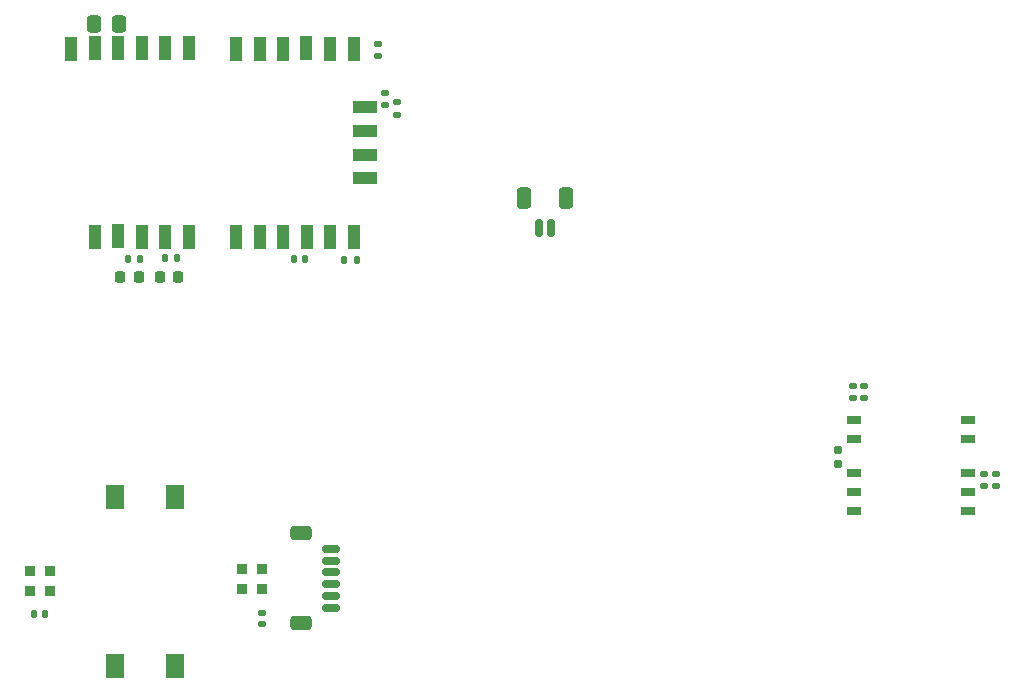
<source format=gbr>
%TF.GenerationSoftware,KiCad,Pcbnew,8.0.5*%
%TF.CreationDate,2025-02-13T07:49:46+01:00*%
%TF.ProjectId,flexpcb,666c6578-7063-4622-9e6b-696361645f70,rev?*%
%TF.SameCoordinates,Original*%
%TF.FileFunction,Paste,Bot*%
%TF.FilePolarity,Positive*%
%FSLAX46Y46*%
G04 Gerber Fmt 4.6, Leading zero omitted, Abs format (unit mm)*
G04 Created by KiCad (PCBNEW 8.0.5) date 2025-02-13 07:49:46*
%MOMM*%
%LPD*%
G01*
G04 APERTURE LIST*
G04 Aperture macros list*
%AMRoundRect*
0 Rectangle with rounded corners*
0 $1 Rounding radius*
0 $2 $3 $4 $5 $6 $7 $8 $9 X,Y pos of 4 corners*
0 Add a 4 corners polygon primitive as box body*
4,1,4,$2,$3,$4,$5,$6,$7,$8,$9,$2,$3,0*
0 Add four circle primitives for the rounded corners*
1,1,$1+$1,$2,$3*
1,1,$1+$1,$4,$5*
1,1,$1+$1,$6,$7*
1,1,$1+$1,$8,$9*
0 Add four rect primitives between the rounded corners*
20,1,$1+$1,$2,$3,$4,$5,0*
20,1,$1+$1,$4,$5,$6,$7,0*
20,1,$1+$1,$6,$7,$8,$9,0*
20,1,$1+$1,$8,$9,$2,$3,0*%
G04 Aperture macros list end*
%ADD10RoundRect,0.135000X-0.185000X0.135000X-0.185000X-0.135000X0.185000X-0.135000X0.185000X0.135000X0*%
%ADD11RoundRect,0.140000X0.170000X-0.140000X0.170000X0.140000X-0.170000X0.140000X-0.170000X-0.140000X0*%
%ADD12RoundRect,0.155000X-0.155000X0.212500X-0.155000X-0.212500X0.155000X-0.212500X0.155000X0.212500X0*%
%ADD13RoundRect,0.135000X-0.135000X-0.185000X0.135000X-0.185000X0.135000X0.185000X-0.135000X0.185000X0*%
%ADD14R,1.200000X0.800000*%
%ADD15RoundRect,0.150000X0.150000X0.625000X-0.150000X0.625000X-0.150000X-0.625000X0.150000X-0.625000X0*%
%ADD16RoundRect,0.250000X0.350000X0.650000X-0.350000X0.650000X-0.350000X-0.650000X0.350000X-0.650000X0*%
%ADD17RoundRect,0.250000X0.337500X0.475000X-0.337500X0.475000X-0.337500X-0.475000X0.337500X-0.475000X0*%
%ADD18RoundRect,0.135000X0.185000X-0.135000X0.185000X0.135000X-0.185000X0.135000X-0.185000X-0.135000X0*%
%ADD19RoundRect,0.140000X-0.140000X-0.170000X0.140000X-0.170000X0.140000X0.170000X-0.140000X0.170000X0*%
%ADD20RoundRect,0.150000X-0.625000X0.150000X-0.625000X-0.150000X0.625000X-0.150000X0.625000X0.150000X0*%
%ADD21RoundRect,0.250000X-0.650000X0.350000X-0.650000X-0.350000X0.650000X-0.350000X0.650000X0.350000X0*%
%ADD22RoundRect,0.218750X-0.218750X-0.256250X0.218750X-0.256250X0.218750X0.256250X-0.218750X0.256250X0*%
%ADD23R,1.500000X2.000000*%
%ADD24R,0.900000X0.900000*%
%ADD25RoundRect,0.218750X0.218750X0.256250X-0.218750X0.256250X-0.218750X-0.256250X0.218750X-0.256250X0*%
%ADD26RoundRect,0.140000X0.140000X0.170000X-0.140000X0.170000X-0.140000X-0.170000X0.140000X-0.170000X0*%
%ADD27RoundRect,0.135000X0.135000X0.185000X-0.135000X0.185000X-0.135000X-0.185000X0.135000X-0.185000X0*%
%ADD28R,1.000000X2.000000*%
%ADD29R,2.000000X1.000000*%
%ADD30RoundRect,0.140000X-0.170000X0.140000X-0.170000X-0.140000X0.170000X-0.140000X0.170000X0.140000X0*%
G04 APERTURE END LIST*
D10*
%TO.C,R8*%
X156578200Y-104518200D03*
X156578200Y-105538200D03*
%TD*%
D11*
%TO.C,C4*%
X146458200Y-98088200D03*
X146458200Y-97128200D03*
%TD*%
D12*
%TO.C,C5*%
X144218200Y-102530700D03*
X144218200Y-103665700D03*
%TD*%
D13*
%TO.C,R5*%
X87240000Y-86250000D03*
X88260000Y-86250000D03*
%TD*%
D14*
%TO.C,PA1010D1*%
X155268200Y-99978200D03*
X155268200Y-101578200D03*
X155268200Y-104478200D03*
X155268200Y-106078200D03*
X155268200Y-107678200D03*
X145568200Y-107678200D03*
X145568200Y-106078200D03*
X145568200Y-104478200D03*
X145568200Y-101578200D03*
X145568200Y-99978200D03*
%TD*%
D15*
%TO.C,U2*%
X119910000Y-83730000D03*
X118910000Y-83730000D03*
D16*
X121210000Y-81205000D03*
X117610000Y-81205000D03*
%TD*%
D17*
%TO.C,C1*%
X83347500Y-66480000D03*
X81272500Y-66480000D03*
%TD*%
D18*
%TO.C,R2*%
X106880000Y-74110000D03*
X106880000Y-73090000D03*
%TD*%
D19*
%TO.C,C7*%
X76140000Y-116440000D03*
X77100000Y-116440000D03*
%TD*%
D20*
%TO.C,U1*%
X101270000Y-110870000D03*
X101270000Y-111870000D03*
X101270000Y-112870000D03*
X101270000Y-113870000D03*
X101270000Y-114870000D03*
X101270000Y-115870000D03*
D21*
X98745000Y-109570000D03*
X98745000Y-117170000D03*
%TD*%
D10*
%TO.C,R7*%
X157598200Y-104528200D03*
X157598200Y-105548200D03*
%TD*%
D22*
%TO.C,D2*%
X86795000Y-87840000D03*
X88370000Y-87840000D03*
%TD*%
D23*
%TO.C,SW2*%
X88060000Y-120770000D03*
X88060000Y-106470000D03*
X83060000Y-120770000D03*
X83060000Y-106470000D03*
%TD*%
D24*
%TO.C,LED1*%
X93810000Y-114300000D03*
X95510000Y-114300000D03*
X95510000Y-112600000D03*
X93810000Y-112600000D03*
%TD*%
D25*
%TO.C,D1*%
X85057500Y-87900000D03*
X83482500Y-87900000D03*
%TD*%
D11*
%TO.C,C3*%
X145488200Y-98078200D03*
X145488200Y-97118200D03*
%TD*%
D18*
%TO.C,R1*%
X105880000Y-73310000D03*
X105880000Y-72290000D03*
%TD*%
D24*
%TO.C,LED2*%
X75800000Y-112720000D03*
X75800000Y-114420000D03*
X77500000Y-114420000D03*
X77500000Y-112720000D03*
%TD*%
D26*
%TO.C,C2*%
X99110000Y-86340000D03*
X98150000Y-86340000D03*
%TD*%
D27*
%TO.C,R6*%
X103470000Y-86400000D03*
X102450000Y-86400000D03*
%TD*%
D28*
%TO.C,Tarvos1*%
X79320000Y-68530000D03*
X81310000Y-68510000D03*
X83300000Y-68510000D03*
X85300000Y-68500000D03*
X87290000Y-68500000D03*
X89280000Y-68510000D03*
X93270000Y-68520000D03*
X95270000Y-68520000D03*
X97260000Y-68520000D03*
X99230000Y-68510000D03*
X101250000Y-68530000D03*
X103230000Y-68530000D03*
X103230000Y-84440000D03*
X101240000Y-84460000D03*
X99250000Y-84470000D03*
X97250000Y-84460000D03*
X95260000Y-84450000D03*
X93280000Y-84460000D03*
X89280000Y-84460000D03*
X87290000Y-84450000D03*
X85290000Y-84450000D03*
X83300000Y-84430000D03*
X81300000Y-84440000D03*
D29*
X104200000Y-73490000D03*
X104200000Y-75520000D03*
X104200000Y-77500000D03*
X104220000Y-79460000D03*
%TD*%
D27*
%TO.C,R4*%
X85180000Y-86330000D03*
X84160000Y-86330000D03*
%TD*%
D18*
%TO.C,R3*%
X105310000Y-69180000D03*
X105310000Y-68160000D03*
%TD*%
D30*
%TO.C,C6*%
X95510000Y-116320000D03*
X95510000Y-117280000D03*
%TD*%
M02*

</source>
